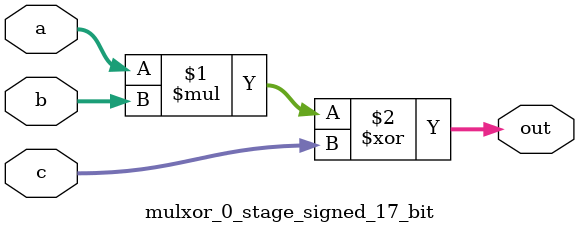
<source format=sv>
(* use_dsp = "yes" *) module mulxor_0_stage_signed_17_bit(
	input signed [16:0] a,
	input signed [16:0] b,
	input signed [16:0] c,
	output [16:0] out
	);

	assign out = (a * b) ^ c;
endmodule

</source>
